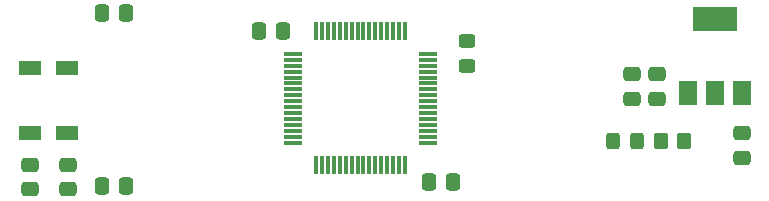
<source format=gbr>
%TF.GenerationSoftware,KiCad,Pcbnew,7.0.9*%
%TF.CreationDate,2024-02-22T17:01:58-03:00*%
%TF.ProjectId,CPU Stm32G431,43505520-5374-46d3-9332-473433312e6b,rev?*%
%TF.SameCoordinates,Original*%
%TF.FileFunction,Paste,Top*%
%TF.FilePolarity,Positive*%
%FSLAX46Y46*%
G04 Gerber Fmt 4.6, Leading zero omitted, Abs format (unit mm)*
G04 Created by KiCad (PCBNEW 7.0.9) date 2024-02-22 17:01:58*
%MOMM*%
%LPD*%
G01*
G04 APERTURE LIST*
G04 Aperture macros list*
%AMRoundRect*
0 Rectangle with rounded corners*
0 $1 Rounding radius*
0 $2 $3 $4 $5 $6 $7 $8 $9 X,Y pos of 4 corners*
0 Add a 4 corners polygon primitive as box body*
4,1,4,$2,$3,$4,$5,$6,$7,$8,$9,$2,$3,0*
0 Add four circle primitives for the rounded corners*
1,1,$1+$1,$2,$3*
1,1,$1+$1,$4,$5*
1,1,$1+$1,$6,$7*
1,1,$1+$1,$8,$9*
0 Add four rect primitives between the rounded corners*
20,1,$1+$1,$2,$3,$4,$5,0*
20,1,$1+$1,$4,$5,$6,$7,0*
20,1,$1+$1,$6,$7,$8,$9,0*
20,1,$1+$1,$8,$9,$2,$3,0*%
G04 Aperture macros list end*
%ADD10R,1.900000X1.300000*%
%ADD11RoundRect,0.250000X0.475000X-0.337500X0.475000X0.337500X-0.475000X0.337500X-0.475000X-0.337500X0*%
%ADD12RoundRect,0.250000X-0.337500X-0.475000X0.337500X-0.475000X0.337500X0.475000X-0.337500X0.475000X0*%
%ADD13RoundRect,0.250000X0.450000X-0.325000X0.450000X0.325000X-0.450000X0.325000X-0.450000X-0.325000X0*%
%ADD14RoundRect,0.250000X-0.325000X-0.450000X0.325000X-0.450000X0.325000X0.450000X-0.325000X0.450000X0*%
%ADD15RoundRect,0.250000X0.337500X0.475000X-0.337500X0.475000X-0.337500X-0.475000X0.337500X-0.475000X0*%
%ADD16R,1.500000X2.000000*%
%ADD17R,3.800000X2.000000*%
%ADD18RoundRect,0.250000X0.350000X0.450000X-0.350000X0.450000X-0.350000X-0.450000X0.350000X-0.450000X0*%
%ADD19RoundRect,0.075000X0.075000X-0.700000X0.075000X0.700000X-0.075000X0.700000X-0.075000X-0.700000X0*%
%ADD20RoundRect,0.075000X0.700000X-0.075000X0.700000X0.075000X-0.700000X0.075000X-0.700000X-0.075000X0*%
G04 APERTURE END LIST*
D10*
%TO.C,Y2*%
X123740000Y-107220000D03*
X120540000Y-107220000D03*
X123740000Y-101720000D03*
X120540000Y-101720000D03*
%TD*%
D11*
%TO.C,C8*%
X171580000Y-104357500D03*
X171580000Y-102282500D03*
%TD*%
D12*
%TO.C,C2*%
X126642500Y-97120000D03*
X128717500Y-97120000D03*
%TD*%
%TO.C,C10*%
X139942500Y-98620000D03*
X142017500Y-98620000D03*
%TD*%
D13*
%TO.C,D3*%
X157580000Y-101545000D03*
X157580000Y-99495000D03*
%TD*%
D14*
%TO.C,D4*%
X169955000Y-107920000D03*
X172005000Y-107920000D03*
%TD*%
D11*
%TO.C,C3*%
X123770000Y-112007500D03*
X123770000Y-109932500D03*
%TD*%
D15*
%TO.C,C14*%
X156417500Y-111420000D03*
X154342500Y-111420000D03*
%TD*%
D11*
%TO.C,C4*%
X120570000Y-112007500D03*
X120570000Y-109932500D03*
%TD*%
%TO.C,C7*%
X173680000Y-104357500D03*
X173680000Y-102282500D03*
%TD*%
%TO.C,C6*%
X180870000Y-109357500D03*
X180870000Y-107282500D03*
%TD*%
D16*
%TO.C,U1*%
X176280000Y-103870000D03*
X178580000Y-103870000D03*
D17*
X178580000Y-97570000D03*
D16*
X180880000Y-103870000D03*
%TD*%
D18*
%TO.C,R3*%
X175980000Y-107920000D03*
X173980000Y-107920000D03*
%TD*%
D19*
%TO.C,U2*%
X144810000Y-109975000D03*
X145310000Y-109975000D03*
X145810000Y-109975000D03*
X146310000Y-109975000D03*
X146810000Y-109975000D03*
X147310000Y-109975000D03*
X147810000Y-109975000D03*
X148310000Y-109975000D03*
X148810000Y-109975000D03*
X149310000Y-109975000D03*
X149810000Y-109975000D03*
X150310000Y-109975000D03*
X150810000Y-109975000D03*
X151310000Y-109975000D03*
X151810000Y-109975000D03*
X152310000Y-109975000D03*
D20*
X154235000Y-108050000D03*
X154235000Y-107550000D03*
X154235000Y-107050000D03*
X154235000Y-106550000D03*
X154235000Y-106050000D03*
X154235000Y-105550000D03*
X154235000Y-105050000D03*
X154235000Y-104550000D03*
X154235000Y-104050000D03*
X154235000Y-103550000D03*
X154235000Y-103050000D03*
X154235000Y-102550000D03*
X154235000Y-102050000D03*
X154235000Y-101550000D03*
X154235000Y-101050000D03*
X154235000Y-100550000D03*
D19*
X152310000Y-98625000D03*
X151810000Y-98625000D03*
X151310000Y-98625000D03*
X150810000Y-98625000D03*
X150310000Y-98625000D03*
X149810000Y-98625000D03*
X149310000Y-98625000D03*
X148810000Y-98625000D03*
X148310000Y-98625000D03*
X147810000Y-98625000D03*
X147310000Y-98625000D03*
X146810000Y-98625000D03*
X146310000Y-98625000D03*
X145810000Y-98625000D03*
X145310000Y-98625000D03*
X144810000Y-98625000D03*
D20*
X142885000Y-100550000D03*
X142885000Y-101050000D03*
X142885000Y-101550000D03*
X142885000Y-102050000D03*
X142885000Y-102550000D03*
X142885000Y-103050000D03*
X142885000Y-103550000D03*
X142885000Y-104050000D03*
X142885000Y-104550000D03*
X142885000Y-105050000D03*
X142885000Y-105550000D03*
X142885000Y-106050000D03*
X142885000Y-106550000D03*
X142885000Y-107050000D03*
X142885000Y-107550000D03*
X142885000Y-108050000D03*
%TD*%
D12*
%TO.C,C1*%
X126642500Y-111720000D03*
X128717500Y-111720000D03*
%TD*%
M02*

</source>
